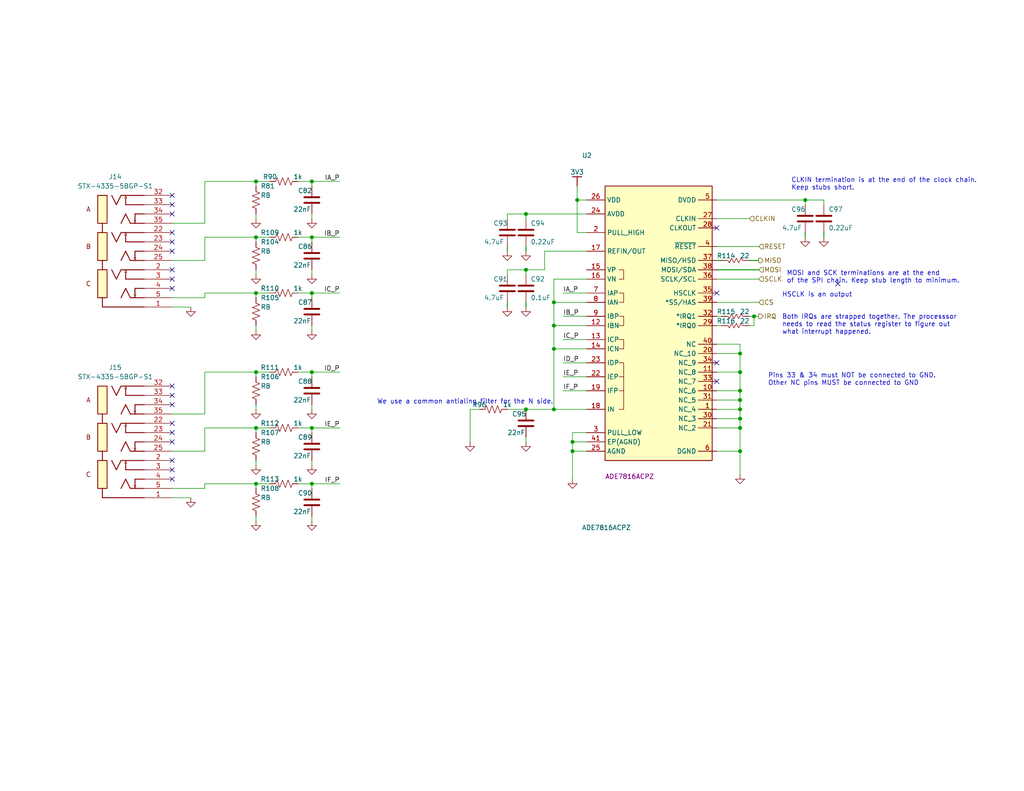
<source format=kicad_sch>
(kicad_sch (version 20211123) (generator eeschema)
  (paper "USLetter")
  (title_block (title "Energy monitor channel") (company "JFC Inc"))
  (lib_symbols
    (symbol "ADE7816-altium-import:3V3" (power)
      (property "Reference" "#PWR" (at 0 0 0))
      (property "Value" "3V3" (at 0 3.81 0))
      (symbol "3V3_0_0"
        (polyline (pts (xy -1.27 -2.54) (xy 1.27 -2.54)) (stroke (width 0.254)))
        (polyline (pts (xy 0 0) (xy 0 -2.54)) (stroke (width 0.254)))
        (pin power_in line (at 0 0 0) (length 0) hide (name "3V3") (number ""))
      )
    )
    (symbol "Device:C" (pin_numbers hide) (pin_names (offset 0.254))
      (property "Reference" "C" (at 0.635 2.54 0))
      (property "Value" "C" (at 0.635 -2.54 0))
      (symbol "C_0_1"
        (polyline (pts (xy -2.032 -0.762) (xy 2.032 -0.762)) (stroke (width 0.508)))
        (polyline (pts (xy -2.032 0.762) (xy 2.032 0.762)) (stroke (width 0.508)))
      )
      (symbol "C_1_1"
        (pin passive line (at 0 3.81 270) (length 2.794) (name "~") (number "1"))
        (pin passive line (at 0 -3.81 90) (length 2.794) (name "~") (number "2"))
      )
    )
    (symbol "Device:R_US" (pin_numbers hide) (pin_names (offset 0))
      (property "Reference" "R" (at 2.54 0 90))
      (property "Value" "R_US" (at -2.54 0 90))
      (symbol "R_US_0_1"
        (polyline (pts (xy 0 -2.286) (xy 0 -2.54)))
        (polyline (pts (xy 0 2.286) (xy 0 2.54)))
        (polyline (pts (xy 0 -0.762) (xy 1.016 -1.143) (xy 0 -1.524) (xy -1.016 -1.905) (xy 0 -2.286)))
        (polyline (pts (xy 0 0.762) (xy 1.016 0.381) (xy 0 0) (xy -1.016 -0.381) (xy 0 -0.762)))
        (polyline (pts (xy 0 2.286) (xy 1.016 1.905) (xy 0 1.524) (xy -1.016 1.143) (xy 0 0.762)))
      )
      (symbol "R_US_1_1"
        (pin passive line (at 0 3.81 270) (length 1.27) (name "~") (number "1"))
        (pin passive line (at 0 -3.81 90) (length 1.27) (name "~") (number "2"))
      )
    )
    (symbol "STX-4335-5BGP-S1_1"
      (property "Reference" "J1" (at -23.675 0.762 0))
      (property "Value" "STX-4335-5BGP-S1_1" (at -23.675 -33.782 0))
      (symbol "STX-4335-5BGP-S1_1_1_0"
        (rectangle (start -17.78 -20.32) (end -20.32 -27.94) (stroke (width 0.254)) (fill (type background)))
        (rectangle (start -17.78 -10.16) (end -20.32 -17.78) (stroke (width 0.254)) (fill (type background)))
        (rectangle (start -17.78 0) (end -20.32 -7.62) (stroke (width 0.254)) (fill (type background)))
        (polyline (pts (xy -19.05 -27.94) (xy -19.05 -30.48)) (stroke (width 0.254)))
        (polyline (pts (xy -19.05 -20.32) (xy -19.05 -17.78)) (stroke (width 0.254)))
        (polyline (pts (xy -19.05 -7.62) (xy -19.05 -10.16)) (stroke (width 0.254)))
        (polyline (pts (xy -15.24 -22.86) (xy -16.51 -20.32)) (stroke (width 0.254)))
        (polyline (pts (xy -15.24 -12.7) (xy -16.51 -10.16)) (stroke (width 0.254)))
        (polyline (pts (xy -15.24 -2.54) (xy -16.51 0)) (stroke (width 0.254)))
        (polyline (pts (xy -13.97 -20.32) (xy -15.24 -22.86)) (stroke (width 0.254)))
        (polyline (pts (xy -13.97 -10.16) (xy -15.24 -12.7)) (stroke (width 0.254)))
        (polyline (pts (xy -13.97 0) (xy -15.24 -2.54)) (stroke (width 0.254)))
        (polyline (pts (xy -12.7 -25.4) (xy -13.97 -27.94)) (stroke (width 0.254)))
        (polyline (pts (xy -12.7 -22.86) (xy -12.7 -21.082)) (stroke (width 0.254)))
        (polyline (pts (xy -12.7 -15.24) (xy -13.97 -17.78)) (stroke (width 0.254)))
        (polyline (pts (xy -12.7 -12.7) (xy -12.7 -10.922)) (stroke (width 0.254)))
        (polyline (pts (xy -12.7 -5.08) (xy -13.97 -7.62)) (stroke (width 0.254)))
        (polyline (pts (xy -12.7 -2.54) (xy -12.7 -0.762)) (stroke (width 0.254)))
        (polyline (pts (xy -11.43 -27.94) (xy -12.7 -25.4)) (stroke (width 0.254)))
        (polyline (pts (xy -11.43 -17.78) (xy -12.7 -15.24)) (stroke (width 0.254)))
        (polyline (pts (xy -11.43 -7.62) (xy -12.7 -5.08)) (stroke (width 0.254)))
        (polyline (pts (xy -10.16 -25.4) (xy -10.16 -27.178)) (stroke (width 0.254)))
        (polyline (pts (xy -10.16 -15.24) (xy -10.16 -17.018)) (stroke (width 0.254)))
        (polyline (pts (xy -10.16 -5.08) (xy -10.16 -6.858)) (stroke (width 0.254)))
        (polyline (pts (xy -7.62 -30.48) (xy -19.05 -30.48)) (stroke (width 0.254)))
        (polyline (pts (xy -7.62 -27.94) (xy -11.43 -27.94)) (stroke (width 0.254)))
        (polyline (pts (xy -7.62 -25.4) (xy -10.16 -25.4)) (stroke (width 0.254)))
        (polyline (pts (xy -7.62 -22.86) (xy -12.7 -22.86)) (stroke (width 0.254)))
        (polyline (pts (xy -7.62 -20.32) (xy -13.97 -20.32)) (stroke (width 0.254)))
        (polyline (pts (xy -7.62 -17.78) (xy -11.43 -17.78)) (stroke (width 0.254)))
        (polyline (pts (xy -7.62 -15.24) (xy -10.16 -15.24)) (stroke (width 0.254)))
        (polyline (pts (xy -7.62 -12.7) (xy -12.7 -12.7)) (stroke (width 0.254)))
        (polyline (pts (xy -7.62 -10.16) (xy -13.97 -10.16)) (stroke (width 0.254)))
        (polyline (pts (xy -7.62 -7.62) (xy -11.43 -7.62)) (stroke (width 0.254)))
        (polyline (pts (xy -7.62 -5.08) (xy -10.16 -5.08)) (stroke (width 0.254)))
        (polyline (pts (xy -7.62 -2.54) (xy -12.7 -2.54)) (stroke (width 0.254)))
        (polyline (pts (xy -7.62 0) (xy -13.97 0)) (stroke (width 0.254)))
        (polyline (pts (xy -12.7 -20.32) (xy -12.446 -21.082) (xy -12.954 -21.082) (xy -12.7 -20.32)) (fill (type background)))
        (polyline (pts (xy -12.7 -10.16) (xy -12.446 -10.922) (xy -12.954 -10.922) (xy -12.7 -10.16)) (fill (type background)))
        (polyline (pts (xy -12.7 0) (xy -12.446 -0.762) (xy -12.954 -0.762) (xy -12.7 0)) (fill (type background)))
        (polyline (pts (xy -10.16 -27.94) (xy -10.414 -27.178) (xy -9.906 -27.178) (xy -10.16 -27.94)) (fill (type background)))
        (polyline (pts (xy -10.16 -17.78) (xy -10.414 -17.018) (xy -9.906 -17.018) (xy -10.16 -17.78)) (fill (type background)))
        (polyline (pts (xy -10.16 -7.62) (xy -10.414 -6.858) (xy -9.906 -6.858) (xy -10.16 -7.62)) (fill (type background)))
        (text "A" (at -22.86 -3.81 0) (effects (font (size 1.27 1.27))))
        (text "B" (at -22.86 -13.97 0) (effects (font (size 1.27 1.27))))
        (text "C" (at -22.86 -24.13 0) (effects (font (size 1.27 1.27))))
        (pin passive line (at 0 -30.48 180) (length 7.62) (name "1") (number "1"))
        (pin passive line (at 0 -20.32 180) (length 7.62) (name "2") (number "2"))
        (pin passive line (at 0 -10.16 180) (length 7.62) (name "22") (number "22"))
        (pin passive line (at 0 -12.7 180) (length 7.62) (name "23") (number "23"))
        (pin passive line (at 0 -15.24 180) (length 7.62) (name "24") (number "24"))
        (pin passive line (at 0 -17.78 180) (length 7.62) (name "25") (number "25"))
        (pin passive line (at 0 -22.86 180) (length 7.62) (name "3") (number "3"))
        (pin passive line (at 0 0 180) (length 7.62) (name "32") (number "32"))
        (pin passive line (at 0 -2.54 180) (length 7.62) (name "33") (number "33"))
        (pin passive line (at 0 -5.08 180) (length 7.62) (name "34") (number "34"))
        (pin passive line (at 0 -7.62 180) (length 7.62) (name "35") (number "35"))
        (pin passive line (at 0 -25.4 180) (length 7.62) (name "4") (number "4"))
        (pin passive line (at 0 -27.94 180) (length 7.62) (name "5") (number "5"))
      )
    )
    (symbol "emon36:ADE7816ACPZ"
      (property "Reference" "U7" (at -13.97 38.1 0))
      (property "Value" "ADE7816ACPZ" (at -13.97 -39.37 0))
      (property "MP" "ADE7816ACPZ" (at -13.97 -41.91 0))
      (symbol "ADE7816ACPZ_0_1"
        (polyline (pts (xy -10.16 -17.78) (xy -8.89 -17.78)))
        (polyline (pts (xy -10.16 -13.97) (xy -8.89 -13.97)))
        (polyline (pts (xy -10.16 -10.16) (xy -8.89 -10.16) (xy -8.89 -22.86) (xy -10.16 -22.86)))
        (polyline (pts (xy -10.16 -3.81) (xy -8.89 -3.81) (xy -8.89 -6.35) (xy -10.16 -6.35)))
        (polyline (pts (xy -10.16 2.54) (xy -8.89 2.54) (xy -8.89 0) (xy -10.16 0)))
        (polyline (pts (xy -10.16 8.89) (xy -8.89 8.89) (xy -8.89 6.35) (xy -10.16 6.35)))
        (polyline (pts (xy -10.16 15.24) (xy -8.89 15.24) (xy -8.89 12.7) (xy -10.16 12.7)))
      )
      (symbol "ADE7816ACPZ_1_0"
        (rectangle (start -13.97 38.1) (end 15.24 -36.83) (stroke (width 0.254)) (fill (type background)))
        (pin passive line (at 16.51 -22.86 180) (length 5.08) (name "NC_4") (number "1"))
        (pin passive line (at 16.51 -17.78 180) (length 5.08) (name "NC_6") (number "10"))
        (pin passive line (at 16.51 -12.7 180) (length 5.08) (name "NC_8") (number "11"))
        (pin passive line (at -19.05 0 0) (length 5.08) (name "IBN") (number "12"))
        (pin passive line (at -19.05 -3.81 0) (length 5.08) (name "ICP") (number "13"))
        (pin passive line (at -19.05 -6.35 0) (length 5.08) (name "ICN") (number "14"))
        (pin passive line (at -19.05 15.24 0) (length 5.08) (name "VP") (number "15"))
        (pin passive line (at -19.05 12.7 0) (length 5.08) (name "VN") (number "16"))
        (pin passive line (at -19.05 20.32 0) (length 5.08) (name "REFIN/OUT") (number "17"))
        (pin passive line (at -19.05 -22.86 0) (length 5.08) (name "IN") (number "18"))
        (pin passive line (at -19.05 -17.78 0) (length 5.08) (name "IFP") (number "19"))
        (pin passive line (at -19.05 25.4 0) (length 5.08) (name "PULL_HIGH") (number "2"))
        (pin passive line (at 16.51 -7.62 180) (length 5.08) (name "NC_10") (number "20"))
        (pin passive line (at 16.51 -27.94 180) (length 5.08) (name "NC_2") (number "21"))
        (pin passive line (at -19.05 -13.97 0) (length 5.08) (name "IEP") (number "22"))
        (pin passive line (at -19.05 -10.16 0) (length 5.08) (name "IDP") (number "23"))
        (pin passive line (at -19.05 30.48 0) (length 5.08) (name "AVDD") (number "24"))
        (pin passive line (at -19.05 -34.29 0) (length 5.08) (name "AGND") (number "25"))
        (pin passive line (at -19.05 34.29 0) (length 5.08) (name "VDD") (number "26"))
        (pin passive line (at 16.51 29.21 180) (length 5.08) (name "CLKIN") (number "27"))
        (pin passive line (at 16.51 26.67 180) (length 5.08) (name "CLKOUT") (number "28"))
        (pin passive line (at 16.51 0 180) (length 5.08) (name "*IRQ0") (number "29"))
        (pin passive line (at -19.05 -29.21 0) (length 5.08) (name "PULL_LOW") (number "3"))
        (pin passive line (at 16.51 -25.4 180) (length 5.08) (name "NC_3") (number "30"))
        (pin passive line (at 16.51 -20.32 180) (length 5.08) (name "NC_5") (number "31"))
        (pin passive line (at 16.51 2.54 180) (length 5.08) (name "*IRQ1") (number "32"))
        (pin passive line (at 16.51 -15.24 180) (length 5.08) (name "NC_7") (number "33"))
        (pin passive line (at 16.51 -10.16 180) (length 5.08) (name "NC_9") (number "34"))
        (pin passive line (at 16.51 8.89 180) (length 5.08) (name "HSCLK") (number "35"))
        (pin passive line (at 16.51 12.7 180) (length 5.08) (name "SCLK/SCL") (number "36"))
        (pin passive line (at 16.51 17.78 180) (length 5.08) (name "MISO/HSD") (number "37"))
        (pin passive line (at 16.51 15.24 180) (length 5.08) (name "MOSI/SDA") (number "38"))
        (pin passive line (at 16.51 6.35 180) (length 5.08) (name "*SS/HAS") (number "39"))
        (pin passive line (at 16.51 21.59 180) (length 5.08) (name "~{RESET}") (number "4"))
        (pin passive line (at 16.51 -5.08 180) (length 5.08) (name "NC") (number "40"))
        (pin passive line (at -19.05 -31.75 0) (length 5.08) (name "EP(AGND)") (number "41"))
        (pin passive line (at 16.51 34.29 180) (length 5.08) (name "DVDD") (number "5"))
        (pin passive line (at 16.51 -34.29 180) (length 5.08) (name "DGND") (number "6"))
        (pin passive line (at -19.05 8.89 0) (length 5.08) (name "IAP") (number "7"))
        (pin passive line (at -19.05 6.35 0) (length 5.08) (name "IAN") (number "8"))
        (pin passive line (at -19.05 2.54 0) (length 5.08) (name "IBP") (number "9"))
      )
    )
    (symbol "emon36:RES0603" (pin_numbers hide) (pin_names (offset 0))
      (property "Reference" "R?" (at 3.556 2.54 0))
      (property "Value" "RES0603" (at 7.366 -2.54 0))
      (symbol "RES0603_0_0"
        (polyline (pts (xy 0 -2.286) (xy 0 -2.54)))
        (polyline (pts (xy 0 -2.032) (xy 0 -2.286)))
        (polyline (pts (xy 0 2.032) (xy 0 2.54)))
        (polyline (pts (xy 0 2.032) (xy -0.635 1.651) (xy 0.635 1.016) (xy -0.635 0.381) (xy 0.635 -0.254) (xy -0.635 -0.889) (xy 0.635 -1.524) (xy 0 -2.032)))
      )
      (symbol "RES0603_1_1"
        (pin passive line (at 0 3.81 270) (length 1.27) (name "~") (number "1"))
        (pin passive line (at 0 -3.81 90) (length 1.27) (name "~") (number "2"))
      )
    )
    (symbol "power:GND" (power) (pin_names (offset 0))
      (property "Value" "GND" (at 0 -3.81 0))
      (symbol "GND_0_1"
        (polyline (pts (xy 0 0) (xy 0 -1.27) (xy 1.27 -1.27) (xy 0 -2.54) (xy -1.27 -1.27) (xy 0 -1.27)))
      )
      (symbol "GND_1_1"
        (pin power_in line (at 0 0 270) (length 0) hide (name "GND") (number "1"))
      )
    )
  )
  (junction (at 85.09 116.84))
  (junction (at 69.85 132.08))
  (junction (at 69.85 101.6))
  (junction (at 151.13 82.55))
  (junction (at 201.93 116.84))
  (junction (at 69.85 116.84))
  (junction (at 85.09 101.6))
  (junction (at 85.09 49.53))
  (junction (at 205.74 86.36))
  (junction (at 151.13 95.25))
  (junction (at 219.71 54.61))
  (junction (at 201.93 123.19))
  (junction (at 69.85 49.53))
  (junction (at 201.93 109.22))
  (junction (at 201.93 101.6))
  (junction (at 143.51 111.76))
  (junction (at 85.09 132.08))
  (junction (at 201.93 111.76))
  (junction (at 85.09 80.01))
  (junction (at 69.85 80.01))
  (junction (at 69.85 64.77))
  (junction (at 201.93 96.52))
  (junction (at 143.51 58.42))
  (junction (at 156.21 123.19))
  (junction (at 85.09 64.77))
  (junction (at 201.93 114.3))
  (junction (at 201.93 106.68))
  (junction (at 143.51 73.66))
  (junction (at 157.48 54.61))
  (junction (at 156.21 120.65))
  (junction (at 151.13 111.76))
  (junction (at 151.13 88.9))
  (no_connect (at 46.99 107.95))
  (no_connect (at 195.58 99.06))
  (no_connect (at 46.99 63.5))
  (no_connect (at 46.99 115.57))
  (no_connect (at 46.99 68.58))
  (no_connect (at 46.99 128.27))
  (no_connect (at 46.99 110.49))
  (no_connect (at 46.99 76.2))
  (no_connect (at 46.99 118.11))
  (no_connect (at 46.99 120.65))
  (no_connect (at 46.99 58.42))
  (no_connect (at 46.99 66.04))
  (no_connect (at 46.99 125.73))
  (no_connect (at 46.99 130.81))
  (no_connect (at 46.99 73.66))
  (no_connect (at 195.58 104.14))
  (no_connect (at 46.99 55.88))
  (no_connect (at 46.99 105.41))
  (no_connect (at 46.99 78.74))
  (no_connect (at 46.99 53.34))
  (no_connect (at 195.58 62.23))
  (no_connect (at 228.6 77.47))
  (no_connect (at 195.58 80.01))
  (wire (pts (xy 160.02 68.58) (xy 148.59 68.58)))
  (wire (pts (xy 201.93 114.3) (xy 201.93 111.76)))
  (wire (pts (xy 138.43 83.82) (xy 138.43 82.55)) (stroke (width 0.254)))
  (wire (pts (xy 85.09 90.17) (xy 85.09 88.9)))
  (wire (pts (xy 85.09 101.6) (xy 92.71 101.6)))
  (wire (pts (xy 148.59 68.58) (xy 148.59 73.66)))
  (wire (pts (xy 195.58 88.9) (xy 196.85 88.9)))
  (wire (pts (xy 85.09 118.11) (xy 85.09 116.84)))
  (wire (pts (xy 138.43 58.42) (xy 138.43 59.69)))
  (wire (pts (xy 69.85 73.66) (xy 69.85 74.93)))
  (wire (pts (xy 207.01 76.2) (xy 195.58 76.2)))
  (wire (pts (xy 55.88 101.6) (xy 69.85 101.6)))
  (wire (pts (xy 69.85 133.35) (xy 69.85 132.08)))
  (wire (pts (xy 201.93 109.22) (xy 195.58 109.22)))
  (wire (pts (xy 85.09 116.84) (xy 92.71 116.84)))
  (wire (pts (xy 151.13 95.25) (xy 160.02 95.25)))
  (wire (pts (xy 69.85 49.53) (xy 73.66 49.53)))
  (wire (pts (xy 143.51 73.66) (xy 143.51 74.93)))
  (wire (pts (xy 151.13 88.9) (xy 160.02 88.9)))
  (wire (pts (xy 138.43 73.66) (xy 138.43 74.93)))
  (wire (pts (xy 128.27 111.76) (xy 130.81 111.76)))
  (wire (pts (xy 46.99 135.89) (xy 52.07 135.89)))
  (wire (pts (xy 69.85 88.9) (xy 69.85 90.17)))
  (wire (pts (xy 85.09 81.28) (xy 85.09 80.01)))
  (wire (pts (xy 55.88 132.08) (xy 55.88 133.35)))
  (wire (pts (xy 157.48 50.8) (xy 157.48 54.61)))
  (wire (pts (xy 151.13 88.9) (xy 151.13 95.25)))
  (wire (pts (xy 151.13 95.25) (xy 151.13 111.76)))
  (wire (pts (xy 143.51 58.42) (xy 138.43 58.42)))
  (wire (pts (xy 55.88 49.53) (xy 69.85 49.53)))
  (wire (pts (xy 55.88 49.53) (xy 55.88 60.96)))
  (wire (pts (xy 195.58 67.31) (xy 207.01 67.31)))
  (wire (pts (xy 85.09 127) (xy 85.09 125.73)))
  (wire (pts (xy 85.09 102.87) (xy 85.09 101.6)))
  (wire (pts (xy 85.09 66.04) (xy 85.09 64.77)))
  (wire (pts (xy 55.88 132.08) (xy 69.85 132.08)))
  (wire (pts (xy 81.28 116.84) (xy 85.09 116.84)))
  (wire (pts (xy 55.88 64.77) (xy 69.85 64.77)))
  (wire (pts (xy 69.85 118.11) (xy 69.85 116.84)))
  (wire (pts (xy 85.09 132.08) (xy 92.71 132.08)))
  (wire (pts (xy 153.67 106.68) (xy 160.02 106.68)))
  (wire (pts (xy 69.85 101.6) (xy 73.66 101.6)))
  (wire (pts (xy 69.85 102.87) (xy 69.85 101.6)))
  (wire (pts (xy 55.88 80.01) (xy 55.88 81.28)))
  (wire (pts (xy 138.43 68.58) (xy 138.43 67.31)) (stroke (width 0.254)))
  (wire (pts (xy 46.99 81.28) (xy 55.88 81.28)))
  (wire (pts (xy 85.09 49.53) (xy 92.71 49.53)))
  (wire (pts (xy 195.58 106.68) (xy 201.93 106.68)))
  (wire (pts (xy 201.93 93.98) (xy 195.58 93.98)))
  (wire (pts (xy 85.09 142.24) (xy 85.09 140.97)))
  (wire (pts (xy 207.01 86.36) (xy 205.74 86.36)))
  (wire (pts (xy 195.58 123.19) (xy 201.93 123.19)))
  (wire (pts (xy 151.13 76.2) (xy 151.13 82.55)))
  (wire (pts (xy 143.51 120.65) (xy 143.51 119.38)))
  (wire (pts (xy 201.93 96.52) (xy 201.93 93.98)))
  (wire (pts (xy 201.93 114.3) (xy 195.58 114.3)))
  (wire (pts (xy 156.21 118.11) (xy 156.21 120.65)))
  (wire (pts (xy 69.85 58.42) (xy 69.85 59.69)))
  (wire (pts (xy 160.02 63.5) (xy 157.48 63.5)))
  (wire (pts (xy 85.09 50.8) (xy 85.09 49.53)))
  (wire (pts (xy 85.09 133.35) (xy 85.09 132.08)))
  (wire (pts (xy 207.01 82.55) (xy 195.58 82.55)))
  (wire (pts (xy 143.51 58.42) (xy 160.02 58.42)))
  (wire (pts (xy 201.93 109.22) (xy 201.93 106.68)))
  (wire (pts (xy 201.93 111.76) (xy 201.93 109.22)))
  (wire (pts (xy 207.01 71.12) (xy 204.47 71.12)) (stroke (width 0.254)))
  (wire (pts (xy 69.85 116.84) (xy 73.66 116.84)))
  (wire (pts (xy 205.74 88.9) (xy 204.47 88.9)))
  (wire (pts (xy 224.79 64.77) (xy 224.79 63.5)) (stroke (width 0.254)))
  (wire (pts (xy 143.51 68.58) (xy 143.51 67.31)) (stroke (width 0.254)))
  (wire (pts (xy 148.59 73.66) (xy 143.51 73.66)))
  (wire (pts (xy 69.85 81.28) (xy 69.85 80.01)))
  (wire (pts (xy 69.85 110.49) (xy 69.85 111.76)))
  (wire (pts (xy 69.85 80.01) (xy 73.66 80.01)))
  (wire (pts (xy 195.58 86.36) (xy 196.85 86.36)))
  (wire (pts (xy 69.85 125.73) (xy 69.85 127)))
  (wire (pts (xy 196.85 71.12) (xy 195.58 71.12)) (stroke (width 0.254)))
  (wire (pts (xy 81.28 132.08) (xy 85.09 132.08)))
  (wire (pts (xy 224.79 54.61) (xy 219.71 54.61)))
  (wire (pts (xy 205.74 86.36) (xy 204.47 86.36)))
  (wire (pts (xy 46.99 71.12) (xy 55.88 71.12)))
  (wire (pts (xy 85.09 74.93) (xy 85.09 73.66)))
  (wire (pts (xy 156.21 123.19) (xy 156.21 130.81)))
  (wire (pts (xy 55.88 113.03) (xy 46.99 113.03)))
  (wire (pts (xy 224.79 54.61) (xy 224.79 55.88)))
  (wire (pts (xy 143.51 83.82) (xy 143.51 82.55)) (stroke (width 0.254)))
  (wire (pts (xy 69.85 50.8) (xy 69.85 49.53)))
  (wire (pts (xy 151.13 111.76) (xy 160.02 111.76)))
  (wire (pts (xy 46.99 83.82) (xy 52.07 83.82)))
  (wire (pts (xy 156.21 123.19) (xy 160.02 123.19)))
  (wire (pts (xy 55.88 116.84) (xy 55.88 123.19)))
  (wire (pts (xy 195.58 111.76) (xy 201.93 111.76)))
  (wire (pts (xy 201.93 106.68) (xy 201.93 101.6)))
  (wire (pts (xy 138.43 111.76) (xy 143.51 111.76)))
  (wire (pts (xy 195.58 116.84) (xy 201.93 116.84)))
  (wire (pts (xy 201.93 123.19) (xy 201.93 129.54)))
  (wire (pts (xy 205.74 86.36) (xy 205.74 88.9)))
  (wire (pts (xy 219.71 64.77) (xy 219.71 63.5)) (stroke (width 0.254)))
  (wire (pts (xy 81.28 101.6) (xy 85.09 101.6)))
  (wire (pts (xy 195.58 54.61) (xy 219.71 54.61)))
  (wire (pts (xy 81.28 49.53) (xy 85.09 49.53)))
  (wire (pts (xy 204.47 59.69) (xy 195.58 59.69)))
  (wire (pts (xy 157.48 54.61) (xy 160.02 54.61)))
  (wire (pts (xy 143.51 111.76) (xy 151.13 111.76)))
  (wire (pts (xy 69.85 66.04) (xy 69.85 64.77)))
  (wire (pts (xy 143.51 58.42) (xy 143.51 59.69)))
  (wire (pts (xy 153.67 80.01) (xy 160.02 80.01)))
  (wire (pts (xy 128.27 120.65) (xy 128.27 111.76)))
  (wire (pts (xy 69.85 132.08) (xy 73.66 132.08)))
  (wire (pts (xy 46.99 123.19) (xy 55.88 123.19)))
  (wire (pts (xy 157.48 54.61) (xy 157.48 63.5)))
  (wire (pts (xy 69.85 64.77) (xy 73.66 64.77)))
  (wire (pts (xy 55.88 80.01) (xy 69.85 80.01)))
  (wire (pts (xy 85.09 64.77) (xy 92.71 64.77)))
  (wire (pts (xy 151.13 82.55) (xy 151.13 88.9)))
  (wire (pts (xy 151.13 82.55) (xy 160.02 82.55)))
  (wire (pts (xy 55.88 60.96) (xy 46.99 60.96)))
  (wire (pts (xy 195.58 96.52) (xy 201.93 96.52)))
  (wire (pts (xy 55.88 116.84) (xy 69.85 116.84)))
  (wire (pts (xy 201.93 116.84) (xy 201.93 114.3)))
  (wire (pts (xy 85.09 59.69) (xy 85.09 58.42)))
  (wire (pts (xy 143.51 73.66) (xy 138.43 73.66)))
  (wire (pts (xy 153.67 99.06) (xy 160.02 99.06)))
  (wire (pts (xy 153.67 86.36) (xy 160.02 86.36)))
  (wire (pts (xy 81.28 80.01) (xy 85.09 80.01)))
  (wire (pts (xy 201.93 101.6) (xy 201.93 96.52)))
  (wire (pts (xy 46.99 133.35) (xy 55.88 133.35)))
  (wire (pts (xy 156.21 120.65) (xy 156.21 123.19)))
  (wire (pts (xy 69.85 140.97) (xy 69.85 142.24)))
  (wire (pts (xy 55.88 64.77) (xy 55.88 71.12)))
  (wire (pts (xy 85.09 111.76) (xy 85.09 110.49)))
  (wire (pts (xy 160.02 76.2) (xy 151.13 76.2)))
  (wire (pts (xy 156.21 118.11) (xy 160.02 118.11)))
  (wire (pts (xy 201.93 116.84) (xy 201.93 123.19)))
  (wire (pts (xy 201.93 101.6) (xy 195.58 101.6)))
  (wire (pts (xy 85.09 80.01) (xy 92.71 80.01)))
  (wire (pts (xy 153.67 92.71) (xy 160.02 92.71)))
  (wire (pts (xy 153.67 102.87) (xy 160.02 102.87)))
  (wire (pts (xy 81.28 64.77) (xy 85.09 64.77)))
  (wire (pts (xy 207.01 73.66) (xy 195.58 73.66)) (stroke (width 0.254)))
  (wire (pts (xy 219.71 54.61) (xy 219.71 55.88)))
  (wire (pts (xy 55.88 101.6) (xy 55.88 113.03)))
  (wire (pts (xy 156.21 120.65) (xy 160.02 120.65)))
  (text "Both IRQs are strapped together. The processsor\nneeds to read the status register to figure out\nwhat interrupt happened." (at 213.36 91.44 0) (effects (font (size 1.27 1.27)) (justify left bottom)))
  (text "We use a common antialing filter for the N side.\n" (at 102.87 110.49 0) (effects (font (size 1.27 1.27)) (justify left bottom)))
  (text "MOSI and SCK terminations are at the end \nof the SPI chain. Keep stub length to minimum." (at 214.63 77.47 0) (effects (font (size 1.27 1.27)) (justify left bottom)))
  (text "CLKIN termination is at the end of the clock chain. \nKeep stubs short." (at 215.9 52.07 0) (effects (font (size 1.27 1.27)) (justify left bottom)))
  (text "HSCLK is an output" (at 213.36 81.28 0) (effects (font (size 1.27 1.27)) (justify left bottom)))
  (text "Pins 33 & 34 must NOT be connected to GND.\nOther NC pins MUST be connected to GND" (at 209.55 105.41 0) (effects (font (size 1.27 1.27)) (justify left bottom)))
  (label "IA_P" (at 92.71 49.53 180))
  (label "ID_P" (at 153.67 99.06 0))
  (label "IA_P" (at 153.67 80.01 0))
  (label "IF_P" (at 92.71 132.08 180))
  (label "IC_P" (at 92.71 80.01 180))
  (label "IE_P" (at 153.67 102.87 0))
  (label "IF_P" (at 153.67 106.68 0))
  (label "ID_P" (at 92.71 101.6 180))
  (label "IC_P" (at 153.67 92.71 0))
  (label "IB_P" (at 92.71 64.77 180))
  (label "IB_P" (at 153.67 86.36 0))
  (label "IE_P" (at 92.71 116.84 180))
  (hierarchical_label "MOSI" (shape input) (at 207.01 73.66 0))
  (hierarchical_label "CS" (shape input) (at 207.01 82.55 0))
  (hierarchical_label "MISO" (shape output) (at 207.01 71.12 0))
  (hierarchical_label "RESET" (shape input) (at 207.01 67.31 0))
  (hierarchical_label "IRQ" (shape output) (at 207.01 86.36 0))
  (hierarchical_label "SCLK" (shape input) (at 207.01 76.2 0))
  (hierarchical_label "CLKIN" (shape input) (at 204.47 59.69 0))
  (symbol (lib_id "Device:R_US") (at 77.47 101.6 90) (unit 1)
    (property "Reference" "R111" (at 73.66 100.33 90))
    (property "Value" "1k" (at 81.28 100.33 90))
    (property "Footprint" "Resistor_SMD:R_0603_1608Metric" (effects hide))
  )
  (symbol (lib_name "STX-4335-5BGP-S1_1") (lib_id "emon36:STX-4335-5BGP-S1") (at 46.99 105.41 0) (unit 1)
    (property "Reference" "J15" (at 31.4563 100.33 0))
    (property "Value" "STX-4335-5BGP-S1" (at 31.4563 102.87 0))
    (property "Footprint" "Connector_Audio:STX-4335-5BGP-S1_KYC" (effects hide))
    (property "MFR_NAME" "KYCON, INC." (effects hide))
    (property "MANUFACTURER_PART_NUMBER" "STX-4335-5BGP-S1" (effects hide))
    (property "DIGI-KEY_PART_NUMBER_1" "2092-STX-4335-5BGP-S1-ND" (effects hide))
  )
  (symbol (lib_id "power:GND") (at 85.09 90.17 0) (unit 1)
    (property "Reference" "#PWR0149" (effects hide))
    (property "Value" "GND" (effects hide))
  )
  (symbol (lib_id "Device:C") (at 85.09 106.68 0) (unit 1)
    (property "Reference" "C88" (at 81.28 104.14 0) (effects (justify left)))
    (property "Value" "22nF" (at 80.01 109.22 0) (effects (justify left)))
    (property "Footprint" "Capacitor_SMD:C_0603_1608Metric" (effects hide))
  )
  (symbol (lib_id "Device:C") (at 85.09 54.61 0) (unit 1)
    (property "Reference" "C82" (at 81.28 52.07 0) (effects (justify left)))
    (property "Value" "22nF" (at 80.01 57.15 0) (effects (justify left)))
    (property "Footprint" "Capacitor_SMD:C_0603_1608Metric" (effects hide))
  )
  (symbol (lib_id "Device:R_US") (at 69.85 137.16 0) (unit 1)
    (property "Reference" "R108" (at 71.12 133.35 0) (effects (justify left)))
    (property "Value" "RB" (at 71.12 135.89 0) (effects (justify left)))
    (property "Footprint" "Resistor_SMD:R_0603_1608Metric" (effects hide))
  )
  (symbol (lib_id "Device:C") (at 138.43 63.5 0) (unit 1)
    (property "Reference" "C93" (at 134.62 60.96 0) (effects (justify left)))
    (property "Value" "4.7uF" (at 132.08 66.04 0) (effects (justify left)))
    (property "Footprint" "Capacitor_SMD:C_0603_1608Metric" (effects hide))
  )
  (symbol (lib_id "power:GND") (at 85.09 74.93 0) (unit 1)
    (property "Reference" "#PWR0148" (effects hide))
    (property "Value" "GND" (effects hide))
  )
  (symbol (lib_id "power:GND") (at 69.85 74.93 0) (unit 1)
    (property "Reference" "#PWR0141" (effects hide))
    (property "Value" "GND" (effects hide))
  )
  (symbol (lib_id "Device:C") (at 143.51 78.74 0) (unit 1)
    (property "Reference" "C92" (at 144.78 76.2 0) (effects (justify left)))
    (property "Value" "0.1uF" (at 144.78 81.28 0) (effects (justify left)))
    (property "Footprint" "Capacitor_SMD:C_0603_1608Metric" (effects hide))
  )
  (symbol (lib_id "emon36:RES0603") (at 200.66 71.12 90) (unit 1)
    (property "Reference" "R114" (at 198.12 69.85 90))
    (property "Value" "22" (at 203.2 69.85 90))
    (property "Footprint" "Resistor_SMD:R_0603_1608Metric" (effects hide))
  )
  (symbol (lib_id "power:GND") (at 128.27 120.65 0) (unit 1)
    (property "Reference" "#PWR0237" (effects hide))
    (property "Value" "GND" (effects hide))
  )
  (symbol (lib_id "power:GND") (at 52.07 83.82 0) (unit 1)
    (property "Reference" "#PWR0256" (effects hide))
    (property "Value" "GND" (effects hide))
  )
  (symbol (lib_id "power:GND") (at 143.51 120.65 0) (unit 1)
    (property "Reference" "#PWR0238" (effects hide))
    (property "Value" "GND" (effects hide))
  )
  (symbol (lib_id "power:GND") (at 143.51 68.58 0) (unit 1)
    (property "Reference" "#PWR0245" (effects hide))
    (property "Value" "GND" (effects hide))
  )
  (symbol (lib_id "emon36:RES0603") (at 200.66 86.36 90) (unit 1)
    (property "Reference" "R115" (at 198.12 85.09 90))
    (property "Value" "22" (at 203.2 85.09 90))
    (property "Footprint" "Resistor_SMD:R_0603_1608Metric" (effects hide))
  )
  (symbol (lib_id "emon36:RES0603") (at 200.66 88.9 90) (unit 1)
    (property "Reference" "R116" (at 198.12 87.63 90))
    (property "Value" "22" (at 203.2 87.63 90))
    (property "Footprint" "Resistor_SMD:R_0603_1608Metric" (effects hide))
  )
  (symbol (lib_id "power:GND") (at 85.09 111.76 0) (unit 1)
    (property "Reference" "#PWR0150" (effects hide))
    (property "Value" "GND" (effects hide))
  )
  (symbol (lib_id "power:GND") (at 201.93 129.54 0) (unit 1)
    (property "Reference" "#PWR0240" (effects hide))
    (property "Value" "GND" (effects hide))
  )
  (symbol (lib_id "Device:R_US") (at 77.47 116.84 90) (unit 1)
    (property "Reference" "R112" (at 73.66 115.57 90))
    (property "Value" "1k" (at 81.28 115.57 90))
    (property "Footprint" "Resistor_SMD:R_0603_1608Metric" (effects hide))
  )
  (symbol (lib_id "Device:R_US") (at 77.47 132.08 90) (unit 1)
    (property "Reference" "R113" (at 73.66 130.81 90))
    (property "Value" "1k" (at 81.28 130.81 90))
    (property "Footprint" "Resistor_SMD:R_0603_1608Metric" (effects hide))
  )
  (symbol (lib_id "Device:R_US") (at 69.85 121.92 0) (unit 1)
    (property "Reference" "R107" (at 71.12 118.11 0) (effects (justify left)))
    (property "Value" "RB" (at 71.12 120.65 0) (effects (justify left)))
    (property "Footprint" "Resistor_SMD:R_0603_1608Metric" (effects hide))
  )
  (symbol (lib_id "power:GND") (at 69.85 111.76 0) (unit 1)
    (property "Reference" "#PWR0143" (effects hide))
    (property "Value" "GND" (effects hide))
  )
  (symbol (lib_id "Device:R_US") (at 69.85 69.85 0) (unit 1)
    (property "Reference" "R104" (at 71.12 66.04 0) (effects (justify left)))
    (property "Value" "RB" (at 71.12 68.58 0) (effects (justify left)))
    (property "Footprint" "Resistor_SMD:R_0603_1608Metric" (effects hide))
  )
  (symbol (lib_id "power:GND") (at 69.85 142.24 0) (unit 1)
    (property "Reference" "#PWR0147" (effects hide))
    (property "Value" "GND" (effects hide))
  )
  (symbol (lib_id "power:GND") (at 85.09 59.69 0) (unit 1)
    (property "Reference" "#PWR0255" (effects hide))
    (property "Value" "GND" (effects hide))
  )
  (symbol (lib_id "Device:C") (at 143.51 63.5 0) (unit 1)
    (property "Reference" "C94" (at 144.78 60.96 0) (effects (justify left)))
    (property "Value" "0.22uF" (at 144.78 66.04 0) (effects (justify left)))
    (property "Footprint" "Capacitor_SMD:C_0603_1608Metric" (effects hide))
  )
  (symbol (lib_id "Device:R_US") (at 134.62 111.76 90) (unit 1)
    (property "Reference" "R96" (at 130.81 110.49 90))
    (property "Value" "1k" (at 138.43 110.49 90))
    (property "Footprint" "Resistor_SMD:R_0603_1608Metric" (effects hide))
  )
  (symbol (lib_id "power:GND") (at 138.43 68.58 0) (unit 1)
    (property "Reference" "#PWR0246" (effects hide))
    (property "Value" "GND" (effects hide))
  )
  (symbol (lib_id "Device:C") (at 224.79 59.69 0) (unit 1)
    (property "Reference" "C97" (at 226.06 57.15 0) (effects (justify left)))
    (property "Value" "0.22uF" (at 226.06 62.23 0) (effects (justify left)))
    (property "Footprint" "Capacitor_SMD:C_0603_1608Metric" (effects hide))
  )
  (symbol (lib_id "Device:C") (at 143.51 115.57 0) (unit 1)
    (property "Reference" "C95" (at 139.7 113.03 0) (effects (justify left)))
    (property "Value" "22nF" (at 138.43 118.11 0) (effects (justify left)))
    (property "Footprint" "Capacitor_SMD:C_0603_1608Metric" (effects hide))
  )
  (symbol (lib_id "Device:R_US") (at 77.47 64.77 90) (unit 1)
    (property "Reference" "R109" (at 73.66 63.5 90))
    (property "Value" "1k" (at 81.28 63.5 90))
    (property "Footprint" "Resistor_SMD:R_0603_1608Metric" (effects hide))
  )
  (symbol (lib_id "power:GND") (at 69.85 59.69 0) (unit 1)
    (property "Reference" "#PWR0136" (effects hide))
    (property "Value" "GND" (effects hide))
  )
  (symbol (lib_id "power:GND") (at 156.21 130.81 0) (unit 1)
    (property "Reference" "#PWR0239" (effects hide))
    (property "Value" "GND" (effects hide))
  )
  (symbol (lib_id "power:GND") (at 138.43 83.82 0) (unit 1)
    (property "Reference" "#PWR0153" (effects hide))
    (property "Value" "GND" (effects hide))
  )
  (symbol (lib_id "power:GND") (at 52.07 135.89 0) (unit 1)
    (property "Reference" "#PWR0135" (effects hide))
    (property "Value" "GND" (effects hide))
  )
  (symbol (lib_id "Device:C") (at 85.09 121.92 0) (unit 1)
    (property "Reference" "C89" (at 81.28 119.38 0) (effects (justify left)))
    (property "Value" "22nF" (at 80.01 124.46 0) (effects (justify left)))
    (property "Footprint" "Capacitor_SMD:C_0603_1608Metric" (effects hide))
  )
  (symbol (lib_name "STX-4335-5BGP-S1_1") (lib_id "emon36:STX-4335-5BGP-S1") (at 46.99 53.34 0) (unit 1)
    (property "Reference" "J14" (at 31.4563 48.26 0))
    (property "Value" "STX-4335-5BGP-S1" (at 31.4563 50.8 0))
    (property "Footprint" "Connector_Audio:STX-4335-5BGP-S1_KYC" (effects hide))
    (property "MFR_NAME" "KYCON, INC." (effects hide))
    (property "MANUFACTURER_PART_NUMBER" "STX-4335-5BGP-S1" (effects hide))
    (property "DIGI-KEY_PART_NUMBER_1" "2092-STX-4335-5BGP-S1-ND" (effects hide))
  )
  (symbol (lib_id "Device:C") (at 219.71 59.69 0) (unit 1)
    (property "Reference" "C96" (at 215.9 57.15 0) (effects (justify left)))
    (property "Value" "4.7uF" (at 213.36 62.23 0) (effects (justify left)))
    (property "Footprint" "Capacitor_SMD:C_0603_1608Metric" (effects hide))
  )
  (symbol (lib_id "power:GND") (at 85.09 127 0) (unit 1)
    (property "Reference" "#PWR0151" (effects hide))
    (property "Value" "GND" (effects hide))
  )
  (symbol (lib_id "Device:C") (at 85.09 69.85 0) (unit 1)
    (property "Reference" "C86" (at 81.28 67.31 0) (effects (justify left)))
    (property "Value" "22nF" (at 80.01 72.39 0) (effects (justify left)))
    (property "Footprint" "Capacitor_SMD:C_0603_1608Metric" (effects hide))
  )
  (symbol (lib_id "power:GND") (at 219.71 64.77 0) (unit 1)
    (property "Reference" "#PWR0157" (effects hide))
    (property "Value" "GND" (effects hide))
  )
  (symbol (lib_id "power:GND") (at 224.79 64.77 0) (unit 1)
    (property "Reference" "#PWR0158" (effects hide))
    (property "Value" "GND" (effects hide))
  )
  (symbol (lib_id "Device:R_US") (at 77.47 80.01 90) (unit 1)
    (property "Reference" "R110" (at 73.66 78.74 90))
    (property "Value" "1k" (at 81.28 78.74 90))
    (property "Footprint" "Resistor_SMD:R_0603_1608Metric" (effects hide))
  )
  (symbol (lib_id "Device:R_US") (at 69.85 106.68 0) (unit 1)
    (property "Reference" "R106" (at 71.12 102.87 0) (effects (justify left)))
    (property "Value" "RB" (at 71.12 105.41 0) (effects (justify left)))
    (property "Footprint" "Resistor_SMD:R_0603_1608Metric" (effects hide))
  )
  (symbol (lib_id "Device:R_US") (at 69.85 85.09 0) (unit 1)
    (property "Reference" "R105" (at 71.12 81.28 0) (effects (justify left)))
    (property "Value" "RB" (at 71.12 83.82 0) (effects (justify left)))
    (property "Footprint" "Resistor_SMD:R_0603_1608Metric" (effects hide))
  )
  (symbol (lib_id "Device:C") (at 85.09 85.09 0) (unit 1)
    (property "Reference" "C87" (at 81.28 82.55 0) (effects (justify left)))
    (property "Value" "22nF" (at 80.01 87.63 0) (effects (justify left)))
    (property "Footprint" "Capacitor_SMD:C_0603_1608Metric" (effects hide))
  )
  (symbol (lib_id "power:GND") (at 143.51 83.82 0) (unit 1)
    (property "Reference" "#PWR0154" (effects hide))
    (property "Value" "GND" (effects hide))
  )
  (symbol (lib_id "ADE7816-altium-import:3V3") (at 157.48 50.8 180) (unit 1)
    (property "Reference" "#PWR?" (effects hide))
    (property "Value" "3V3" (at 157.48 46.99 0))
  )
  (symbol (lib_id "power:GND") (at 69.85 90.17 0) (unit 1)
    (property "Reference" "#PWR0142" (effects hide))
    (property "Value" "GND" (effects hide))
  )
  (symbol (lib_id "Device:C") (at 138.43 78.74 0) (unit 1)
    (property "Reference" "C91" (at 134.62 76.2 0) (effects (justify left)))
    (property "Value" "4.7uF" (at 132.08 81.28 0) (effects (justify left)))
    (property "Footprint" "Capacitor_SMD:C_0603_1608Metric" (effects hide))
  )
  (symbol (lib_id "Device:R_US") (at 69.85 54.61 0) (unit 1)
    (property "Reference" "R81" (at 71.12 50.8 0) (effects (justify left)))
    (property "Value" "RB" (at 71.12 53.34 0) (effects (justify left)))
    (property "Footprint" "Resistor_SMD:R_0603_1608Metric" (effects hide))
  )
  (symbol (lib_id "Device:C") (at 85.09 137.16 0) (unit 1)
    (property "Reference" "C90" (at 81.28 134.62 0) (effects (justify left)))
    (property "Value" "22nF" (at 80.01 139.7 0) (effects (justify left)))
    (property "Footprint" "Capacitor_SMD:C_0603_1608Metric" (effects hide))
  )
  (symbol (lib_id "Device:R_US") (at 77.47 49.53 90) (unit 1)
    (property "Reference" "R90" (at 73.66 48.26 90))
    (property "Value" "1k" (at 81.28 48.26 90))
    (property "Footprint" "Resistor_SMD:R_0603_1608Metric" (effects hide))
  )
  (symbol (lib_id "power:GND") (at 85.09 142.24 0) (unit 1)
    (property "Reference" "#PWR0152" (effects hide))
    (property "Value" "GND" (effects hide))
  )
  (symbol (lib_id "power:GND") (at 69.85 127 0) (unit 1)
    (property "Reference" "#PWR0144" (effects hide))
    (property "Value" "GND" (effects hide))
  )
  (symbol (lib_id "emon36:ADE7816ACPZ") (at 179.07 88.9 0) (unit 1)
    (property "Reference" "U2" (at 158.75 43.18 0) (effects (justify left bottom)))
    (property "Value" "ADE7816ACPZ" (at 158.75 144.78 0) (effects (justify left bottom)))
    (property "Footprint" "QFN50P600X600X75-41N-D" (effects hide))
    (property "MF" "Analog Devices" (effects hide))
    (property "PACKAGE" "LFCSP -40 Analog Devices" (effects hide))
    (property "ALTIUM_VALUE" "*" (effects hide))
    (property "AVAILABILITY" "Unavailable" (effects hide))
    (property "MP" "ADE7816ACPZ" (at 165.1 130.81 0) (effects (justify left bottom)))
    (property "SNAPEDA_LINK" "https://www.snapeda.com/parts/ADE7816ACPZ/Analog%20Devices%20Inc./view-part/431922/?ref=snap" (effects hide))
    (property "PRICE" "None" (effects hide))
  )
)
</source>
